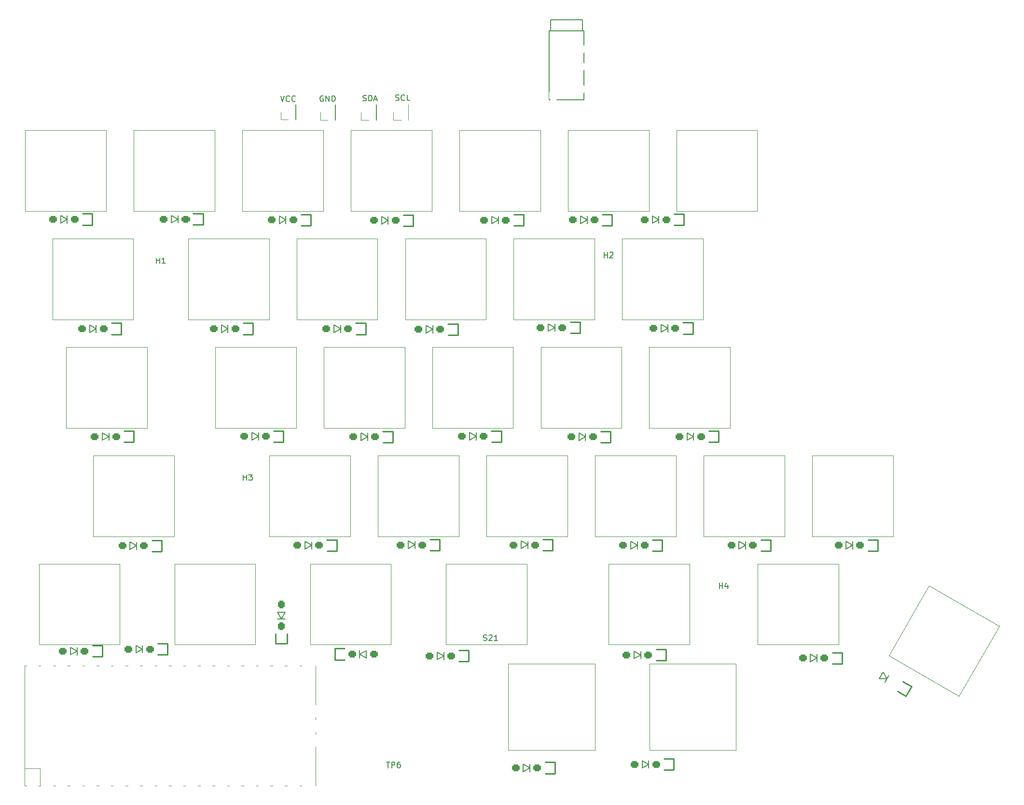
<source format=gbr>
%TF.GenerationSoftware,KiCad,Pcbnew,8.0.7*%
%TF.CreationDate,2025-06-02T16:21:18+02:00*%
%TF.ProjectId,pcb_keyboard_sx,7063625f-6b65-4796-926f-6172645f7378,rev?*%
%TF.SameCoordinates,Original*%
%TF.FileFunction,Legend,Top*%
%TF.FilePolarity,Positive*%
%FSLAX46Y46*%
G04 Gerber Fmt 4.6, Leading zero omitted, Abs format (unit mm)*
G04 Created by KiCad (PCBNEW 8.0.7) date 2025-06-02 16:21:18*
%MOMM*%
%LPD*%
G01*
G04 APERTURE LIST*
G04 Aperture macros list*
%AMRoundRect*
0 Rectangle with rounded corners*
0 $1 Rounding radius*
0 $2 $3 $4 $5 $6 $7 $8 $9 X,Y pos of 4 corners*
0 Add a 4 corners polygon primitive as box body*
4,1,4,$2,$3,$4,$5,$6,$7,$8,$9,$2,$3,0*
0 Add four circle primitives for the rounded corners*
1,1,$1+$1,$2,$3*
1,1,$1+$1,$4,$5*
1,1,$1+$1,$6,$7*
1,1,$1+$1,$8,$9*
0 Add four rect primitives between the rounded corners*
20,1,$1+$1,$2,$3,$4,$5,0*
20,1,$1+$1,$4,$5,$6,$7,0*
20,1,$1+$1,$6,$7,$8,$9,0*
20,1,$1+$1,$8,$9,$2,$3,0*%
%AMRotRect*
0 Rectangle, with rotation*
0 The origin of the aperture is its center*
0 $1 length*
0 $2 width*
0 $3 Rotation angle, in degrees counterclockwise*
0 Add horizontal line*
21,1,$1,$2,0,0,$3*%
G04 Aperture macros list end*
%ADD10C,0.200000*%
%ADD11C,0.150000*%
%ADD12C,0.120000*%
%ADD13C,0.250000*%
%ADD14R,1.700000X1.700000*%
%ADD15C,1.750000*%
%ADD16C,3.050000*%
%ADD17C,4.000000*%
%ADD18O,1.800000X1.800000*%
%ADD19O,1.500000X1.500000*%
%ADD20O,1.700000X1.700000*%
%ADD21R,1.700000X3.500000*%
%ADD22R,3.500000X1.700000*%
%ADD23C,0.800000*%
%ADD24O,1.600000X2.000000*%
%ADD25C,1.900000*%
%ADD26C,3.450000*%
%ADD27C,2.200000*%
%ADD28R,1.400000X1.400000*%
%ADD29RoundRect,0.300000X0.450000X0.300000X-0.450000X0.300000X-0.450000X-0.300000X0.450000X-0.300000X0*%
%ADD30RoundRect,0.300000X0.400000X0.300000X-0.400000X0.300000X-0.400000X-0.300000X0.400000X-0.300000X0*%
%ADD31C,1.400000*%
%ADD32RotRect,1.400000X1.400000X150.000000*%
%ADD33RoundRect,0.300000X0.496410X0.059808X-0.196410X0.459808X-0.496410X-0.059808X0.196410X-0.459808X0*%
%ADD34RoundRect,0.300000X-0.400000X-0.300000X0.400000X-0.300000X0.400000X0.300000X-0.400000X0.300000X0*%
%ADD35RoundRect,0.300000X0.300000X-0.400000X0.300000X0.400000X-0.300000X0.400000X-0.300000X-0.400000X0*%
G04 APERTURE END LIST*
D10*
X68401816Y-33875219D02*
X68735149Y-34875219D01*
X68735149Y-34875219D02*
X69068482Y-33875219D01*
X69973244Y-34779980D02*
X69925625Y-34827600D01*
X69925625Y-34827600D02*
X69782768Y-34875219D01*
X69782768Y-34875219D02*
X69687530Y-34875219D01*
X69687530Y-34875219D02*
X69544673Y-34827600D01*
X69544673Y-34827600D02*
X69449435Y-34732361D01*
X69449435Y-34732361D02*
X69401816Y-34637123D01*
X69401816Y-34637123D02*
X69354197Y-34446647D01*
X69354197Y-34446647D02*
X69354197Y-34303790D01*
X69354197Y-34303790D02*
X69401816Y-34113314D01*
X69401816Y-34113314D02*
X69449435Y-34018076D01*
X69449435Y-34018076D02*
X69544673Y-33922838D01*
X69544673Y-33922838D02*
X69687530Y-33875219D01*
X69687530Y-33875219D02*
X69782768Y-33875219D01*
X69782768Y-33875219D02*
X69925625Y-33922838D01*
X69925625Y-33922838D02*
X69973244Y-33970457D01*
X70973244Y-34779980D02*
X70925625Y-34827600D01*
X70925625Y-34827600D02*
X70782768Y-34875219D01*
X70782768Y-34875219D02*
X70687530Y-34875219D01*
X70687530Y-34875219D02*
X70544673Y-34827600D01*
X70544673Y-34827600D02*
X70449435Y-34732361D01*
X70449435Y-34732361D02*
X70401816Y-34637123D01*
X70401816Y-34637123D02*
X70354197Y-34446647D01*
X70354197Y-34446647D02*
X70354197Y-34303790D01*
X70354197Y-34303790D02*
X70401816Y-34113314D01*
X70401816Y-34113314D02*
X70449435Y-34018076D01*
X70449435Y-34018076D02*
X70544673Y-33922838D01*
X70544673Y-33922838D02*
X70687530Y-33875219D01*
X70687530Y-33875219D02*
X70782768Y-33875219D01*
X70782768Y-33875219D02*
X70925625Y-33922838D01*
X70925625Y-33922838D02*
X70973244Y-33970457D01*
X88586054Y-34646600D02*
X88728911Y-34694219D01*
X88728911Y-34694219D02*
X88967006Y-34694219D01*
X88967006Y-34694219D02*
X89062244Y-34646600D01*
X89062244Y-34646600D02*
X89109863Y-34598980D01*
X89109863Y-34598980D02*
X89157482Y-34503742D01*
X89157482Y-34503742D02*
X89157482Y-34408504D01*
X89157482Y-34408504D02*
X89109863Y-34313266D01*
X89109863Y-34313266D02*
X89062244Y-34265647D01*
X89062244Y-34265647D02*
X88967006Y-34218028D01*
X88967006Y-34218028D02*
X88776530Y-34170409D01*
X88776530Y-34170409D02*
X88681292Y-34122790D01*
X88681292Y-34122790D02*
X88633673Y-34075171D01*
X88633673Y-34075171D02*
X88586054Y-33979933D01*
X88586054Y-33979933D02*
X88586054Y-33884695D01*
X88586054Y-33884695D02*
X88633673Y-33789457D01*
X88633673Y-33789457D02*
X88681292Y-33741838D01*
X88681292Y-33741838D02*
X88776530Y-33694219D01*
X88776530Y-33694219D02*
X89014625Y-33694219D01*
X89014625Y-33694219D02*
X89157482Y-33741838D01*
X90157482Y-34598980D02*
X90109863Y-34646600D01*
X90109863Y-34646600D02*
X89967006Y-34694219D01*
X89967006Y-34694219D02*
X89871768Y-34694219D01*
X89871768Y-34694219D02*
X89728911Y-34646600D01*
X89728911Y-34646600D02*
X89633673Y-34551361D01*
X89633673Y-34551361D02*
X89586054Y-34456123D01*
X89586054Y-34456123D02*
X89538435Y-34265647D01*
X89538435Y-34265647D02*
X89538435Y-34122790D01*
X89538435Y-34122790D02*
X89586054Y-33932314D01*
X89586054Y-33932314D02*
X89633673Y-33837076D01*
X89633673Y-33837076D02*
X89728911Y-33741838D01*
X89728911Y-33741838D02*
X89871768Y-33694219D01*
X89871768Y-33694219D02*
X89967006Y-33694219D01*
X89967006Y-33694219D02*
X90109863Y-33741838D01*
X90109863Y-33741838D02*
X90157482Y-33789457D01*
X91062244Y-34694219D02*
X90586054Y-34694219D01*
X90586054Y-34694219D02*
X90586054Y-33694219D01*
X82866054Y-34736600D02*
X83008911Y-34784219D01*
X83008911Y-34784219D02*
X83247006Y-34784219D01*
X83247006Y-34784219D02*
X83342244Y-34736600D01*
X83342244Y-34736600D02*
X83389863Y-34688980D01*
X83389863Y-34688980D02*
X83437482Y-34593742D01*
X83437482Y-34593742D02*
X83437482Y-34498504D01*
X83437482Y-34498504D02*
X83389863Y-34403266D01*
X83389863Y-34403266D02*
X83342244Y-34355647D01*
X83342244Y-34355647D02*
X83247006Y-34308028D01*
X83247006Y-34308028D02*
X83056530Y-34260409D01*
X83056530Y-34260409D02*
X82961292Y-34212790D01*
X82961292Y-34212790D02*
X82913673Y-34165171D01*
X82913673Y-34165171D02*
X82866054Y-34069933D01*
X82866054Y-34069933D02*
X82866054Y-33974695D01*
X82866054Y-33974695D02*
X82913673Y-33879457D01*
X82913673Y-33879457D02*
X82961292Y-33831838D01*
X82961292Y-33831838D02*
X83056530Y-33784219D01*
X83056530Y-33784219D02*
X83294625Y-33784219D01*
X83294625Y-33784219D02*
X83437482Y-33831838D01*
X83866054Y-34784219D02*
X83866054Y-33784219D01*
X83866054Y-33784219D02*
X84104149Y-33784219D01*
X84104149Y-33784219D02*
X84247006Y-33831838D01*
X84247006Y-33831838D02*
X84342244Y-33927076D01*
X84342244Y-33927076D02*
X84389863Y-34022314D01*
X84389863Y-34022314D02*
X84437482Y-34212790D01*
X84437482Y-34212790D02*
X84437482Y-34355647D01*
X84437482Y-34355647D02*
X84389863Y-34546123D01*
X84389863Y-34546123D02*
X84342244Y-34641361D01*
X84342244Y-34641361D02*
X84247006Y-34736600D01*
X84247006Y-34736600D02*
X84104149Y-34784219D01*
X84104149Y-34784219D02*
X83866054Y-34784219D01*
X84818435Y-34498504D02*
X85294625Y-34498504D01*
X84723197Y-34784219D02*
X85056530Y-33784219D01*
X85056530Y-33784219D02*
X85389863Y-34784219D01*
X75877482Y-33911838D02*
X75782244Y-33864219D01*
X75782244Y-33864219D02*
X75639387Y-33864219D01*
X75639387Y-33864219D02*
X75496530Y-33911838D01*
X75496530Y-33911838D02*
X75401292Y-34007076D01*
X75401292Y-34007076D02*
X75353673Y-34102314D01*
X75353673Y-34102314D02*
X75306054Y-34292790D01*
X75306054Y-34292790D02*
X75306054Y-34435647D01*
X75306054Y-34435647D02*
X75353673Y-34626123D01*
X75353673Y-34626123D02*
X75401292Y-34721361D01*
X75401292Y-34721361D02*
X75496530Y-34816600D01*
X75496530Y-34816600D02*
X75639387Y-34864219D01*
X75639387Y-34864219D02*
X75734625Y-34864219D01*
X75734625Y-34864219D02*
X75877482Y-34816600D01*
X75877482Y-34816600D02*
X75925101Y-34768980D01*
X75925101Y-34768980D02*
X75925101Y-34435647D01*
X75925101Y-34435647D02*
X75734625Y-34435647D01*
X76353673Y-34864219D02*
X76353673Y-33864219D01*
X76353673Y-33864219D02*
X76925101Y-34864219D01*
X76925101Y-34864219D02*
X76925101Y-33864219D01*
X77401292Y-34864219D02*
X77401292Y-33864219D01*
X77401292Y-33864219D02*
X77639387Y-33864219D01*
X77639387Y-33864219D02*
X77782244Y-33911838D01*
X77782244Y-33911838D02*
X77877482Y-34007076D01*
X77877482Y-34007076D02*
X77925101Y-34102314D01*
X77925101Y-34102314D02*
X77972720Y-34292790D01*
X77972720Y-34292790D02*
X77972720Y-34435647D01*
X77972720Y-34435647D02*
X77925101Y-34626123D01*
X77925101Y-34626123D02*
X77877482Y-34721361D01*
X77877482Y-34721361D02*
X77782244Y-34816600D01*
X77782244Y-34816600D02*
X77639387Y-34864219D01*
X77639387Y-34864219D02*
X77401292Y-34864219D01*
X86980816Y-150884219D02*
X87552244Y-150884219D01*
X87266530Y-151884219D02*
X87266530Y-150884219D01*
X87885578Y-151884219D02*
X87885578Y-150884219D01*
X87885578Y-150884219D02*
X88266530Y-150884219D01*
X88266530Y-150884219D02*
X88361768Y-150931838D01*
X88361768Y-150931838D02*
X88409387Y-150979457D01*
X88409387Y-150979457D02*
X88457006Y-151074695D01*
X88457006Y-151074695D02*
X88457006Y-151217552D01*
X88457006Y-151217552D02*
X88409387Y-151312790D01*
X88409387Y-151312790D02*
X88361768Y-151360409D01*
X88361768Y-151360409D02*
X88266530Y-151408028D01*
X88266530Y-151408028D02*
X87885578Y-151408028D01*
X89314149Y-150884219D02*
X89123673Y-150884219D01*
X89123673Y-150884219D02*
X89028435Y-150931838D01*
X89028435Y-150931838D02*
X88980816Y-150979457D01*
X88980816Y-150979457D02*
X88885578Y-151122314D01*
X88885578Y-151122314D02*
X88837959Y-151312790D01*
X88837959Y-151312790D02*
X88837959Y-151693742D01*
X88837959Y-151693742D02*
X88885578Y-151788980D01*
X88885578Y-151788980D02*
X88933197Y-151836600D01*
X88933197Y-151836600D02*
X89028435Y-151884219D01*
X89028435Y-151884219D02*
X89218911Y-151884219D01*
X89218911Y-151884219D02*
X89314149Y-151836600D01*
X89314149Y-151836600D02*
X89361768Y-151788980D01*
X89361768Y-151788980D02*
X89409387Y-151693742D01*
X89409387Y-151693742D02*
X89409387Y-151455647D01*
X89409387Y-151455647D02*
X89361768Y-151360409D01*
X89361768Y-151360409D02*
X89314149Y-151312790D01*
X89314149Y-151312790D02*
X89218911Y-151265171D01*
X89218911Y-151265171D02*
X89028435Y-151265171D01*
X89028435Y-151265171D02*
X88933197Y-151312790D01*
X88933197Y-151312790D02*
X88885578Y-151360409D01*
X88885578Y-151360409D02*
X88837959Y-151455647D01*
D11*
X103995905Y-129514200D02*
X104138762Y-129561819D01*
X104138762Y-129561819D02*
X104376857Y-129561819D01*
X104376857Y-129561819D02*
X104472095Y-129514200D01*
X104472095Y-129514200D02*
X104519714Y-129466580D01*
X104519714Y-129466580D02*
X104567333Y-129371342D01*
X104567333Y-129371342D02*
X104567333Y-129276104D01*
X104567333Y-129276104D02*
X104519714Y-129180866D01*
X104519714Y-129180866D02*
X104472095Y-129133247D01*
X104472095Y-129133247D02*
X104376857Y-129085628D01*
X104376857Y-129085628D02*
X104186381Y-129038009D01*
X104186381Y-129038009D02*
X104091143Y-128990390D01*
X104091143Y-128990390D02*
X104043524Y-128942771D01*
X104043524Y-128942771D02*
X103995905Y-128847533D01*
X103995905Y-128847533D02*
X103995905Y-128752295D01*
X103995905Y-128752295D02*
X104043524Y-128657057D01*
X104043524Y-128657057D02*
X104091143Y-128609438D01*
X104091143Y-128609438D02*
X104186381Y-128561819D01*
X104186381Y-128561819D02*
X104424476Y-128561819D01*
X104424476Y-128561819D02*
X104567333Y-128609438D01*
X104948286Y-128657057D02*
X104995905Y-128609438D01*
X104995905Y-128609438D02*
X105091143Y-128561819D01*
X105091143Y-128561819D02*
X105329238Y-128561819D01*
X105329238Y-128561819D02*
X105424476Y-128609438D01*
X105424476Y-128609438D02*
X105472095Y-128657057D01*
X105472095Y-128657057D02*
X105519714Y-128752295D01*
X105519714Y-128752295D02*
X105519714Y-128847533D01*
X105519714Y-128847533D02*
X105472095Y-128990390D01*
X105472095Y-128990390D02*
X104900667Y-129561819D01*
X104900667Y-129561819D02*
X105519714Y-129561819D01*
X106472095Y-129561819D02*
X105900667Y-129561819D01*
X106186381Y-129561819D02*
X106186381Y-128561819D01*
X106186381Y-128561819D02*
X106091143Y-128704676D01*
X106091143Y-128704676D02*
X105995905Y-128799914D01*
X105995905Y-128799914D02*
X105900667Y-128847533D01*
X61859095Y-101411819D02*
X61859095Y-100411819D01*
X61859095Y-100888009D02*
X62430523Y-100888009D01*
X62430523Y-101411819D02*
X62430523Y-100411819D01*
X62811476Y-100411819D02*
X63430523Y-100411819D01*
X63430523Y-100411819D02*
X63097190Y-100792771D01*
X63097190Y-100792771D02*
X63240047Y-100792771D01*
X63240047Y-100792771D02*
X63335285Y-100840390D01*
X63335285Y-100840390D02*
X63382904Y-100888009D01*
X63382904Y-100888009D02*
X63430523Y-100983247D01*
X63430523Y-100983247D02*
X63430523Y-101221342D01*
X63430523Y-101221342D02*
X63382904Y-101316580D01*
X63382904Y-101316580D02*
X63335285Y-101364200D01*
X63335285Y-101364200D02*
X63240047Y-101411819D01*
X63240047Y-101411819D02*
X62954333Y-101411819D01*
X62954333Y-101411819D02*
X62859095Y-101364200D01*
X62859095Y-101364200D02*
X62811476Y-101316580D01*
X125152095Y-62321819D02*
X125152095Y-61321819D01*
X125152095Y-61798009D02*
X125723523Y-61798009D01*
X125723523Y-62321819D02*
X125723523Y-61321819D01*
X126152095Y-61417057D02*
X126199714Y-61369438D01*
X126199714Y-61369438D02*
X126294952Y-61321819D01*
X126294952Y-61321819D02*
X126533047Y-61321819D01*
X126533047Y-61321819D02*
X126628285Y-61369438D01*
X126628285Y-61369438D02*
X126675904Y-61417057D01*
X126675904Y-61417057D02*
X126723523Y-61512295D01*
X126723523Y-61512295D02*
X126723523Y-61607533D01*
X126723523Y-61607533D02*
X126675904Y-61750390D01*
X126675904Y-61750390D02*
X126104476Y-62321819D01*
X126104476Y-62321819D02*
X126723523Y-62321819D01*
X46605595Y-63311819D02*
X46605595Y-62311819D01*
X46605595Y-62788009D02*
X47177023Y-62788009D01*
X47177023Y-63311819D02*
X47177023Y-62311819D01*
X48177023Y-63311819D02*
X47605595Y-63311819D01*
X47891309Y-63311819D02*
X47891309Y-62311819D01*
X47891309Y-62311819D02*
X47796071Y-62454676D01*
X47796071Y-62454676D02*
X47700833Y-62549914D01*
X47700833Y-62549914D02*
X47605595Y-62597533D01*
X145373845Y-120441819D02*
X145373845Y-119441819D01*
X145373845Y-119918009D02*
X145945273Y-119918009D01*
X145945273Y-120441819D02*
X145945273Y-119441819D01*
X146850035Y-119775152D02*
X146850035Y-120441819D01*
X146611940Y-119394200D02*
X146373845Y-120108485D01*
X146373845Y-120108485D02*
X146992892Y-120108485D01*
D12*
%TO.C,TP2*%
X68414000Y-38077000D02*
X68414000Y-36747000D01*
X69744000Y-38077000D02*
X68414000Y-38077000D01*
X71014000Y-35417000D02*
X71074000Y-35417000D01*
X71014000Y-38077000D02*
X71014000Y-35417000D01*
X71014000Y-38077000D02*
X71074000Y-38077000D01*
X71074000Y-38077000D02*
X71074000Y-35417000D01*
%TO.C,S34*%
X161649000Y-97057000D02*
X161649000Y-111257000D01*
X161649000Y-111257000D02*
X175849000Y-111257000D01*
X175849000Y-97057000D02*
X161649000Y-97057000D01*
X175849000Y-111257000D02*
X175849000Y-97057000D01*
%TO.C,TP4*%
X88165000Y-38118000D02*
X88165000Y-36788000D01*
X89495000Y-38118000D02*
X88165000Y-38118000D01*
X90765000Y-35458000D02*
X90825000Y-35458000D01*
X90765000Y-38118000D02*
X90765000Y-35458000D01*
X90765000Y-38118000D02*
X90825000Y-38118000D01*
X90825000Y-38118000D02*
X90825000Y-35458000D01*
%TO.C,S17*%
X90249000Y-58967000D02*
X90249000Y-73167000D01*
X90249000Y-73167000D02*
X104449000Y-73167000D01*
X104449000Y-58967000D02*
X90249000Y-58967000D01*
X104449000Y-73167000D02*
X104449000Y-58967000D01*
%TO.C,S8*%
X52169000Y-58967000D02*
X52169000Y-73167000D01*
X52169000Y-73167000D02*
X66369000Y-73167000D01*
X66369000Y-58967000D02*
X52169000Y-58967000D01*
X66369000Y-73167000D02*
X66369000Y-58967000D01*
%TO.C,S3*%
X30747750Y-78007000D02*
X30747750Y-92207000D01*
X30747750Y-92207000D02*
X44947750Y-92207000D01*
X44947750Y-78007000D02*
X30747750Y-78007000D01*
X44947750Y-92207000D02*
X44947750Y-78007000D01*
%TO.C,S11*%
X66449000Y-97057000D02*
X66449000Y-111257000D01*
X66449000Y-111257000D02*
X80649000Y-111257000D01*
X80649000Y-97057000D02*
X66449000Y-97057000D01*
X80649000Y-111257000D02*
X80649000Y-97057000D01*
%TO.C,S4*%
X25985250Y-116087000D02*
X25985250Y-130287000D01*
X25985250Y-130287000D02*
X40185250Y-130287000D01*
X40185250Y-116087000D02*
X25985250Y-116087000D01*
X40185250Y-130287000D02*
X40185250Y-116087000D01*
%TO.C,S13*%
X73585250Y-116087000D02*
X73585250Y-130287000D01*
X73585250Y-130287000D02*
X87785250Y-130287000D01*
X87785250Y-116087000D02*
X73585250Y-116087000D01*
X87785250Y-130287000D02*
X87785250Y-116087000D01*
%TO.C,S16*%
X85489000Y-97057000D02*
X85489000Y-111257000D01*
X85489000Y-111257000D02*
X99689000Y-111257000D01*
X99689000Y-97057000D02*
X85489000Y-97057000D01*
X99689000Y-111257000D02*
X99689000Y-97057000D01*
%TO.C,U1*%
X23504000Y-134017000D02*
X23804000Y-134017000D01*
X23504000Y-155017000D02*
X23504000Y-134017000D01*
X23504000Y-155017000D02*
X23804000Y-155017000D01*
X25904000Y-134017000D02*
X26304000Y-134017000D01*
X25904000Y-155017000D02*
X26304000Y-155017000D01*
X26171000Y-152010000D02*
X23504000Y-152010000D01*
X26171000Y-155017000D02*
X26171000Y-152010000D01*
X28504000Y-134017000D02*
X28904000Y-134017000D01*
X28504000Y-155017000D02*
X28904000Y-155017000D01*
X31004000Y-134017000D02*
X31404000Y-134017000D01*
X31004000Y-155017000D02*
X31404000Y-155017000D01*
X33604000Y-134017000D02*
X34004000Y-134017000D01*
X33604000Y-155017000D02*
X34004000Y-155017000D01*
X36104000Y-134017000D02*
X36504000Y-134017000D01*
X36104000Y-155017000D02*
X36504000Y-155017000D01*
X38604000Y-134017000D02*
X39004000Y-134017000D01*
X38604000Y-155017000D02*
X39004000Y-155017000D01*
X41204000Y-134017000D02*
X41604000Y-134017000D01*
X41204000Y-155017000D02*
X41604000Y-155017000D01*
X43704000Y-134017000D02*
X44104000Y-134017000D01*
X43704000Y-155017000D02*
X44104000Y-155017000D01*
X46304000Y-134017000D02*
X46704000Y-134017000D01*
X46304000Y-155017000D02*
X46704000Y-155017000D01*
X48804000Y-134017000D02*
X49204000Y-134017000D01*
X48804000Y-155017000D02*
X49204000Y-155017000D01*
X51304000Y-134017000D02*
X51704000Y-134017000D01*
X51304000Y-155017000D02*
X51704000Y-155017000D01*
X53904000Y-134017000D02*
X54304000Y-134017000D01*
X53904000Y-155017000D02*
X54304000Y-155017000D01*
X56404000Y-134017000D02*
X56804000Y-134017000D01*
X56404000Y-155017000D02*
X56804000Y-155017000D01*
X59004000Y-134017000D02*
X59404000Y-134017000D01*
X59004000Y-155017000D02*
X59404000Y-155017000D01*
X61504000Y-134017000D02*
X61904000Y-134017000D01*
X61504000Y-155017000D02*
X61904000Y-155017000D01*
X64104000Y-134017000D02*
X64504000Y-134017000D01*
X64104000Y-155017000D02*
X64504000Y-155017000D01*
X66604000Y-134017000D02*
X67004000Y-134017000D01*
X66604000Y-155017000D02*
X67004000Y-155017000D01*
X69104000Y-134017000D02*
X69504000Y-134017000D01*
X69104000Y-155017000D02*
X69504000Y-155017000D01*
X71704000Y-134017000D02*
X72104000Y-134017000D01*
X71704000Y-155017000D02*
X72104000Y-155017000D01*
X74504000Y-134017000D02*
X74504000Y-140817000D01*
X74504000Y-143417000D02*
X74504000Y-143017000D01*
X74504000Y-146017000D02*
X74504000Y-145617000D01*
X74504000Y-148217000D02*
X74504000Y-155017000D01*
%TO.C,S21*%
X97385250Y-116087000D02*
X97385250Y-130287000D01*
X97385250Y-130287000D02*
X111585250Y-130287000D01*
X111585250Y-116087000D02*
X97385250Y-116087000D01*
X111585250Y-130287000D02*
X111585250Y-116087000D01*
%TO.C,S22*%
X104529000Y-97057000D02*
X104529000Y-111257000D01*
X104529000Y-111257000D02*
X118729000Y-111257000D01*
X118729000Y-97057000D02*
X104529000Y-97057000D01*
X118729000Y-111257000D02*
X118729000Y-97057000D01*
%TO.C,S7*%
X49785250Y-116087000D02*
X49785250Y-130287000D01*
X49785250Y-130287000D02*
X63985250Y-130287000D01*
X63985250Y-116087000D02*
X49785250Y-116087000D01*
X63985250Y-130287000D02*
X63985250Y-116087000D01*
%TO.C,S5*%
X35510250Y-97057000D02*
X35510250Y-111257000D01*
X35510250Y-111257000D02*
X49710250Y-111257000D01*
X49710250Y-97057000D02*
X35510250Y-97057000D01*
X49710250Y-111257000D02*
X49710250Y-97057000D01*
%TO.C,S27*%
X123569000Y-97057000D02*
X123569000Y-111257000D01*
X123569000Y-111257000D02*
X137769000Y-111257000D01*
X137769000Y-97057000D02*
X123569000Y-97057000D01*
X137769000Y-111257000D02*
X137769000Y-97057000D01*
%TO.C,S28*%
X128329000Y-58967000D02*
X128329000Y-73167000D01*
X128329000Y-73167000D02*
X142529000Y-73167000D01*
X142529000Y-58967000D02*
X128329000Y-58967000D01*
X142529000Y-73167000D02*
X142529000Y-58967000D01*
D11*
%TO.C,U2*%
X115549000Y-22502000D02*
X115549000Y-34602000D01*
X115799000Y-22502000D02*
X115799000Y-20502000D01*
X121399000Y-20502000D02*
X115799000Y-20502000D01*
X121399000Y-22502000D02*
X121399000Y-20502000D01*
X121649000Y-22502000D02*
X115549000Y-22502000D01*
X121649000Y-22502000D02*
X121649000Y-34602000D01*
X121649000Y-34602000D02*
X115549000Y-34602000D01*
D12*
%TO.C,S29*%
X133099000Y-133602000D02*
X133099000Y-148802000D01*
X133099000Y-148802000D02*
X148299000Y-148802000D01*
X148299000Y-133602000D02*
X133099000Y-133602000D01*
X148299000Y-148802000D02*
X148299000Y-133602000D01*
%TO.C,S20*%
X108349000Y-133602000D02*
X108349000Y-148802000D01*
X108349000Y-148802000D02*
X123549000Y-148802000D01*
X123549000Y-133602000D02*
X108349000Y-133602000D01*
X123549000Y-148802000D02*
X123549000Y-133602000D01*
%TO.C,S23*%
X109289000Y-58967000D02*
X109289000Y-73167000D01*
X109289000Y-73167000D02*
X123489000Y-73167000D01*
X123489000Y-58967000D02*
X109289000Y-58967000D01*
X123489000Y-73167000D02*
X123489000Y-58967000D01*
%TO.C,S32*%
X142609000Y-97057000D02*
X142609000Y-111257000D01*
X142609000Y-111257000D02*
X156809000Y-111257000D01*
X156809000Y-97057000D02*
X142609000Y-97057000D01*
X156809000Y-111257000D02*
X156809000Y-97057000D01*
%TO.C,S9*%
X56924000Y-78007000D02*
X56924000Y-92207000D01*
X56924000Y-92207000D02*
X71124000Y-92207000D01*
X71124000Y-78007000D02*
X56924000Y-78007000D01*
X71124000Y-92207000D02*
X71124000Y-78007000D01*
%TO.C,S2*%
X28366500Y-58957000D02*
X28366500Y-73157000D01*
X28366500Y-73157000D02*
X42566500Y-73157000D01*
X42566500Y-58957000D02*
X28366500Y-58957000D01*
X42566500Y-73157000D02*
X42566500Y-58957000D01*
D10*
%TO.C,D6*%
X49224000Y-54857000D02*
X50394000Y-55532000D01*
X49224000Y-56187000D02*
X49224000Y-54857000D01*
X50394000Y-55532000D02*
X49224000Y-56187000D01*
X50394000Y-56197000D02*
X50394000Y-54867000D01*
D13*
X54764000Y-54567000D02*
X53054000Y-54567000D01*
X54774000Y-56527000D02*
X53074000Y-56527000D01*
X54774000Y-56527000D02*
X54774000Y-54577000D01*
D12*
%TO.C,S19*%
X99764000Y-39917000D02*
X99764000Y-54117000D01*
X99764000Y-54117000D02*
X113964000Y-54117000D01*
X113964000Y-39917000D02*
X99764000Y-39917000D01*
X113964000Y-54117000D02*
X113964000Y-39917000D01*
%TO.C,S18*%
X95004000Y-78007000D02*
X95004000Y-92207000D01*
X95004000Y-92207000D02*
X109204000Y-92207000D01*
X109204000Y-78007000D02*
X95004000Y-78007000D01*
X109204000Y-92207000D02*
X109204000Y-78007000D01*
%TO.C,S12*%
X71209000Y-58967000D02*
X71209000Y-73167000D01*
X71209000Y-73167000D02*
X85409000Y-73167000D01*
X85409000Y-58967000D02*
X71209000Y-58967000D01*
X85409000Y-73167000D02*
X85409000Y-58967000D01*
%TO.C,S10*%
X61684000Y-39917000D02*
X61684000Y-54117000D01*
X61684000Y-54117000D02*
X75884000Y-54117000D01*
X75884000Y-39917000D02*
X61684000Y-39917000D01*
X75884000Y-54117000D02*
X75884000Y-39917000D01*
%TO.C,S15*%
X80724000Y-39917000D02*
X80724000Y-54117000D01*
X80724000Y-54117000D02*
X94924000Y-54117000D01*
X94924000Y-39917000D02*
X80724000Y-39917000D01*
X94924000Y-54117000D02*
X94924000Y-39917000D01*
%TO.C,S26*%
X125947750Y-116087000D02*
X125947750Y-130287000D01*
X125947750Y-130287000D02*
X140147750Y-130287000D01*
X140147750Y-116087000D02*
X125947750Y-116087000D01*
X140147750Y-130287000D02*
X140147750Y-116087000D01*
%TO.C,S25*%
X118804000Y-39917000D02*
X118804000Y-54117000D01*
X118804000Y-54117000D02*
X133004000Y-54117000D01*
X133004000Y-39917000D02*
X118804000Y-39917000D01*
X133004000Y-54117000D02*
X133004000Y-39917000D01*
%TO.C,S30*%
X133084000Y-78007000D02*
X133084000Y-92207000D01*
X133084000Y-92207000D02*
X147284000Y-92207000D01*
X147284000Y-78007000D02*
X133084000Y-78007000D01*
X147284000Y-92207000D02*
X147284000Y-78007000D01*
%TO.C,S1*%
X23604000Y-39917000D02*
X23604000Y-54117000D01*
X23604000Y-54117000D02*
X37804000Y-54117000D01*
X37804000Y-39917000D02*
X23604000Y-39917000D01*
X37804000Y-54117000D02*
X37804000Y-39917000D01*
%TO.C,S33*%
X152124000Y-116087000D02*
X152124000Y-130287000D01*
X152124000Y-130287000D02*
X166324000Y-130287000D01*
X166324000Y-116087000D02*
X152124000Y-116087000D01*
X166324000Y-130287000D02*
X166324000Y-116087000D01*
%TO.C,S14*%
X75964000Y-78007000D02*
X75964000Y-92207000D01*
X75964000Y-92207000D02*
X90164000Y-92207000D01*
X90164000Y-78007000D02*
X75964000Y-78007000D01*
X90164000Y-92207000D02*
X90164000Y-78007000D01*
%TO.C,TP1*%
X75344000Y-38097000D02*
X75344000Y-36767000D01*
X76674000Y-38097000D02*
X75344000Y-38097000D01*
X77944000Y-35437000D02*
X78004000Y-35437000D01*
X77944000Y-38097000D02*
X77944000Y-35437000D01*
X77944000Y-38097000D02*
X78004000Y-38097000D01*
X78004000Y-38097000D02*
X78004000Y-35437000D01*
%TO.C,TP3*%
X82515000Y-38118000D02*
X82515000Y-36788000D01*
X83845000Y-38118000D02*
X82515000Y-38118000D01*
X85115000Y-35458000D02*
X85175000Y-35458000D01*
X85115000Y-38118000D02*
X85115000Y-35458000D01*
X85115000Y-38118000D02*
X85175000Y-38118000D01*
X85175000Y-38118000D02*
X85175000Y-35458000D01*
%TO.C,S6*%
X42644000Y-39917000D02*
X42644000Y-54117000D01*
X42644000Y-54117000D02*
X56844000Y-54117000D01*
X56844000Y-39917000D02*
X42644000Y-39917000D01*
X56844000Y-54117000D02*
X56844000Y-39917000D01*
%TO.C,S24*%
X114044000Y-78007000D02*
X114044000Y-92207000D01*
X114044000Y-92207000D02*
X128244000Y-92207000D01*
X128244000Y-78007000D02*
X114044000Y-78007000D01*
X128244000Y-92207000D02*
X128244000Y-78007000D01*
%TO.C,S35*%
X175087220Y-132223780D02*
X187384780Y-139323780D01*
X182187220Y-119926220D02*
X175087220Y-132223780D01*
X187384780Y-139323780D02*
X194484780Y-127026220D01*
X194484780Y-127026220D02*
X182187220Y-119926220D01*
%TO.C,S31*%
X137844000Y-39917000D02*
X137844000Y-54117000D01*
X137844000Y-54117000D02*
X152044000Y-54117000D01*
X152044000Y-39917000D02*
X137844000Y-39917000D01*
X152044000Y-54117000D02*
X152044000Y-39917000D01*
D10*
%TO.C,D36*%
X31556500Y-130735750D02*
X31556500Y-132065750D01*
X31556500Y-132065750D02*
X32726500Y-131410750D01*
X32726500Y-130745750D02*
X32726500Y-132075750D01*
X32726500Y-131410750D02*
X31556500Y-130735750D01*
D13*
X35386500Y-130445750D02*
X37096500Y-130445750D01*
X35406500Y-132405750D02*
X37106500Y-132405750D01*
X37106500Y-130455750D02*
X37106500Y-132405750D01*
D10*
%TO.C,D12*%
X77759000Y-74104500D02*
X77759000Y-75434500D01*
X77759000Y-75434500D02*
X78929000Y-74779500D01*
X78929000Y-74114500D02*
X78929000Y-75444500D01*
X78929000Y-74779500D02*
X77759000Y-74104500D01*
D13*
X81589000Y-73814500D02*
X83299000Y-73814500D01*
X81609000Y-75774500D02*
X83309000Y-75774500D01*
X83309000Y-73824500D02*
X83309000Y-75774500D01*
D10*
%TO.C,D33*%
X161359000Y-131974500D02*
X161359000Y-133304500D01*
X161359000Y-133304500D02*
X162529000Y-132649500D01*
X162529000Y-131984500D02*
X162529000Y-133314500D01*
X162529000Y-132649500D02*
X161359000Y-131974500D01*
D13*
X165189000Y-131684500D02*
X166899000Y-131684500D01*
X165209000Y-133644500D02*
X166909000Y-133644500D01*
X166909000Y-131694500D02*
X166909000Y-133644500D01*
D10*
%TO.C,D16*%
X90789000Y-112084500D02*
X90789000Y-113414500D01*
X90789000Y-113414500D02*
X91959000Y-112759500D01*
X91959000Y-112094500D02*
X91959000Y-113424500D01*
X91959000Y-112759500D02*
X90789000Y-112084500D01*
D13*
X94619000Y-111794500D02*
X96329000Y-111794500D01*
X94639000Y-113754500D02*
X96339000Y-113754500D01*
X96339000Y-111804500D02*
X96339000Y-113754500D01*
D10*
%TO.C,D15*%
X86096500Y-55085750D02*
X86096500Y-56415750D01*
X86096500Y-56415750D02*
X87266500Y-55760750D01*
X87266500Y-55095750D02*
X87266500Y-56425750D01*
X87266500Y-55760750D02*
X86096500Y-55085750D01*
D13*
X89926500Y-54795750D02*
X91636500Y-54795750D01*
X89946500Y-56755750D02*
X91646500Y-56755750D01*
X91646500Y-54805750D02*
X91646500Y-56755750D01*
D10*
%TO.C,D28*%
X135179000Y-74014500D02*
X135179000Y-75344500D01*
X135179000Y-75344500D02*
X136349000Y-74689500D01*
X136349000Y-74024500D02*
X136349000Y-75354500D01*
X136349000Y-74689500D02*
X135179000Y-74014500D01*
D13*
X139009000Y-73724500D02*
X140719000Y-73724500D01*
X139029000Y-75684500D02*
X140729000Y-75684500D01*
X140729000Y-73734500D02*
X140729000Y-75684500D01*
D10*
%TO.C,D9*%
X63349000Y-93014500D02*
X63349000Y-94344500D01*
X63349000Y-94344500D02*
X64519000Y-93689500D01*
X64519000Y-93024500D02*
X64519000Y-94354500D01*
X64519000Y-93689500D02*
X63349000Y-93014500D01*
D13*
X67179000Y-92724500D02*
X68889000Y-92724500D01*
X67199000Y-94684500D02*
X68899000Y-94684500D01*
X68899000Y-92734500D02*
X68899000Y-94684500D01*
D10*
%TO.C,D30*%
X139696500Y-93045750D02*
X139696500Y-94375750D01*
X139696500Y-94375750D02*
X140866500Y-93720750D01*
X140866500Y-93055750D02*
X140866500Y-94385750D01*
X140866500Y-93720750D02*
X139696500Y-93045750D01*
D13*
X143526500Y-92755750D02*
X145236500Y-92755750D01*
X143546500Y-94715750D02*
X145246500Y-94715750D01*
X145246500Y-92765750D02*
X145246500Y-94715750D01*
D10*
%TO.C,D3*%
X37089000Y-93044500D02*
X37089000Y-94374500D01*
X37089000Y-94374500D02*
X38259000Y-93719500D01*
X38259000Y-93054500D02*
X38259000Y-94384500D01*
X38259000Y-93719500D02*
X37089000Y-93044500D01*
D13*
X40919000Y-92754500D02*
X42629000Y-92754500D01*
X40939000Y-94714500D02*
X42639000Y-94714500D01*
X42639000Y-92764500D02*
X42639000Y-94714500D01*
D10*
%TO.C,D27*%
X129809000Y-112134500D02*
X129809000Y-113464500D01*
X129809000Y-113464500D02*
X130979000Y-112809500D01*
X130979000Y-112144500D02*
X130979000Y-113474500D01*
X130979000Y-112809500D02*
X129809000Y-112134500D01*
D13*
X133639000Y-111844500D02*
X135349000Y-111844500D01*
X133659000Y-113804500D02*
X135359000Y-113804500D01*
X135359000Y-111854500D02*
X135359000Y-113804500D01*
D10*
%TO.C,D11*%
X72689000Y-112164500D02*
X72689000Y-113494500D01*
X72689000Y-113494500D02*
X73859000Y-112839500D01*
X73859000Y-112174500D02*
X73859000Y-113504500D01*
X73859000Y-112839500D02*
X72689000Y-112164500D01*
D13*
X76519000Y-111874500D02*
X78229000Y-111874500D01*
X76539000Y-113834500D02*
X78239000Y-113834500D01*
X78239000Y-111884500D02*
X78239000Y-113834500D01*
D10*
%TO.C,D2*%
X34876500Y-74105750D02*
X34876500Y-75435750D01*
X34876500Y-75435750D02*
X36046500Y-74780750D01*
X36046500Y-74115750D02*
X36046500Y-75445750D01*
X36046500Y-74780750D02*
X34876500Y-74105750D01*
D13*
X38706500Y-73815750D02*
X40416500Y-73815750D01*
X38726500Y-75775750D02*
X40426500Y-75775750D01*
X40426500Y-73825750D02*
X40426500Y-75775750D01*
D10*
%TO.C,D35*%
X173465054Y-136240251D02*
X174805804Y-136258005D01*
X174130054Y-135088438D02*
X173465054Y-136240251D01*
X174805804Y-136258005D02*
X174130054Y-135088438D01*
X175138304Y-135682098D02*
X174473304Y-136833912D01*
D13*
X176629252Y-138459700D02*
X178101495Y-139309700D01*
X177591931Y-136752290D02*
X179072835Y-137607290D01*
X179076495Y-137620951D02*
X178101495Y-139309700D01*
D10*
%TO.C,D22*%
X110596500Y-112085750D02*
X110596500Y-113415750D01*
X110596500Y-113415750D02*
X111766500Y-112760750D01*
X111766500Y-112095750D02*
X111766500Y-113425750D01*
X111766500Y-112760750D02*
X110596500Y-112085750D01*
D13*
X114426500Y-111795750D02*
X116136500Y-111795750D01*
X114446500Y-113755750D02*
X116146500Y-113755750D01*
X116146500Y-111805750D02*
X116146500Y-113755750D01*
D10*
%TO.C,D18*%
X101559000Y-92994500D02*
X101559000Y-94324500D01*
X101559000Y-94324500D02*
X102729000Y-93669500D01*
X102729000Y-93004500D02*
X102729000Y-94334500D01*
X102729000Y-93669500D02*
X101559000Y-92994500D01*
D13*
X105389000Y-92704500D02*
X107099000Y-92704500D01*
X105409000Y-94664500D02*
X107109000Y-94664500D01*
X107109000Y-92714500D02*
X107109000Y-94664500D01*
D10*
%TO.C,D26*%
X130446500Y-131405750D02*
X130446500Y-132735750D01*
X130446500Y-132735750D02*
X131616500Y-132080750D01*
X131616500Y-131415750D02*
X131616500Y-132745750D01*
X131616500Y-132080750D02*
X130446500Y-131405750D01*
D13*
X134276500Y-131115750D02*
X135986500Y-131115750D01*
X134296500Y-133075750D02*
X135996500Y-133075750D01*
X135996500Y-131125750D02*
X135996500Y-133075750D01*
D10*
%TO.C,D14*%
X82509000Y-93084500D02*
X82509000Y-94414500D01*
X82509000Y-94414500D02*
X83679000Y-93759500D01*
X83679000Y-93094500D02*
X83679000Y-94424500D01*
X83679000Y-93759500D02*
X82509000Y-93084500D01*
D13*
X86339000Y-92794500D02*
X88049000Y-92794500D01*
X86359000Y-94754500D02*
X88059000Y-94754500D01*
X88059000Y-92804500D02*
X88059000Y-94754500D01*
D10*
%TO.C,D17*%
X93939000Y-74194500D02*
X93939000Y-75524500D01*
X93939000Y-75524500D02*
X95109000Y-74869500D01*
X95109000Y-74204500D02*
X95109000Y-75534500D01*
X95109000Y-74869500D02*
X93939000Y-74194500D01*
D13*
X97769000Y-73904500D02*
X99479000Y-73904500D01*
X97789000Y-75864500D02*
X99489000Y-75864500D01*
X99489000Y-73914500D02*
X99489000Y-75864500D01*
D10*
%TO.C,D32*%
X148829000Y-112134500D02*
X148829000Y-113464500D01*
X148829000Y-113464500D02*
X149999000Y-112809500D01*
X149999000Y-112144500D02*
X149999000Y-113474500D01*
X149999000Y-112809500D02*
X148829000Y-112134500D01*
D13*
X152659000Y-111844500D02*
X154369000Y-111844500D01*
X152679000Y-113804500D02*
X154379000Y-113804500D01*
X154379000Y-111854500D02*
X154379000Y-113804500D01*
D10*
%TO.C,D1*%
X29799000Y-54884500D02*
X29799000Y-56214500D01*
X29799000Y-56214500D02*
X30969000Y-55559500D01*
X30969000Y-54894500D02*
X30969000Y-56224500D01*
X30969000Y-55559500D02*
X29799000Y-54884500D01*
D13*
X33629000Y-54594500D02*
X35339000Y-54594500D01*
X33649000Y-56554500D02*
X35349000Y-56554500D01*
X35349000Y-54604500D02*
X35349000Y-56554500D01*
D10*
%TO.C,D8*%
X57989000Y-74104500D02*
X57989000Y-75434500D01*
X57989000Y-75434500D02*
X59159000Y-74779500D01*
X59159000Y-74114500D02*
X59159000Y-75444500D01*
X59159000Y-74779500D02*
X57989000Y-74104500D01*
D13*
X61819000Y-73814500D02*
X63529000Y-73814500D01*
X61839000Y-75774500D02*
X63539000Y-75774500D01*
X63539000Y-73824500D02*
X63539000Y-75774500D01*
%TO.C,D13*%
X77889000Y-132919500D02*
X77889000Y-130969500D01*
X79589000Y-130969500D02*
X77889000Y-130969500D01*
X79609000Y-132929500D02*
X77899000Y-132929500D01*
D10*
X82269000Y-131964500D02*
X83439000Y-132639500D01*
X82269000Y-132629500D02*
X82269000Y-131299500D01*
X83439000Y-131309500D02*
X82269000Y-131964500D01*
X83439000Y-132639500D02*
X83439000Y-131309500D01*
D13*
%TO.C,D7*%
X67545250Y-128409500D02*
X67545250Y-130109500D01*
D10*
X67885250Y-124559500D02*
X68540250Y-125729500D01*
X68540250Y-125729500D02*
X69215250Y-124559500D01*
X69205250Y-125729500D02*
X67875250Y-125729500D01*
X69215250Y-124559500D02*
X67885250Y-124559500D01*
D13*
X69495250Y-130109500D02*
X67545250Y-130109500D01*
X69505250Y-128389500D02*
X69505250Y-130099500D01*
D10*
%TO.C,D24*%
X120729000Y-93114500D02*
X120729000Y-94444500D01*
X120729000Y-94444500D02*
X121899000Y-93789500D01*
X121899000Y-93124500D02*
X121899000Y-94454500D01*
X121899000Y-93789500D02*
X120729000Y-93114500D01*
D13*
X124559000Y-92824500D02*
X126269000Y-92824500D01*
X124579000Y-94784500D02*
X126279000Y-94784500D01*
X126279000Y-92834500D02*
X126279000Y-94784500D01*
D10*
%TO.C,D4*%
X43006500Y-130385750D02*
X43006500Y-131715750D01*
X43006500Y-131715750D02*
X44176500Y-131060750D01*
X44176500Y-130395750D02*
X44176500Y-131725750D01*
X44176500Y-131060750D02*
X43006500Y-130385750D01*
D13*
X46836500Y-130095750D02*
X48546500Y-130095750D01*
X46856500Y-132055750D02*
X48556500Y-132055750D01*
X48556500Y-130105750D02*
X48556500Y-132055750D01*
D10*
%TO.C,D25*%
X121009000Y-55004500D02*
X121009000Y-56334500D01*
X121009000Y-56334500D02*
X122179000Y-55679500D01*
X122179000Y-55014500D02*
X122179000Y-56344500D01*
X122179000Y-55679500D02*
X121009000Y-55004500D01*
D13*
X124839000Y-54714500D02*
X126549000Y-54714500D01*
X124859000Y-56674500D02*
X126559000Y-56674500D01*
X126559000Y-54724500D02*
X126559000Y-56674500D01*
D10*
%TO.C,D29*%
X131819000Y-150624500D02*
X131819000Y-151954500D01*
X131819000Y-151954500D02*
X132989000Y-151299500D01*
X132989000Y-150634500D02*
X132989000Y-151964500D01*
X132989000Y-151299500D02*
X131819000Y-150624500D01*
D13*
X135649000Y-150334500D02*
X137359000Y-150334500D01*
X135669000Y-152294500D02*
X137369000Y-152294500D01*
X137369000Y-150344500D02*
X137369000Y-152294500D01*
D10*
%TO.C,D23*%
X115379000Y-73914500D02*
X115379000Y-75244500D01*
X115379000Y-75244500D02*
X116549000Y-74589500D01*
X116549000Y-73924500D02*
X116549000Y-75254500D01*
X116549000Y-74589500D02*
X115379000Y-73914500D01*
D13*
X119209000Y-73624500D02*
X120919000Y-73624500D01*
X119229000Y-75584500D02*
X120929000Y-75584500D01*
X120929000Y-73634500D02*
X120929000Y-75584500D01*
D10*
%TO.C,D5*%
X41976699Y-112252535D02*
X41976699Y-113582535D01*
X41976699Y-113582535D02*
X43146699Y-112927535D01*
X43146699Y-112262535D02*
X43146699Y-113592535D01*
X43146699Y-112927535D02*
X41976699Y-112252535D01*
D13*
X45806699Y-111962535D02*
X47516699Y-111962535D01*
X45826699Y-113922535D02*
X47526699Y-113922535D01*
X47526699Y-111972535D02*
X47526699Y-113922535D01*
D10*
%TO.C,D21*%
X95848000Y-131584500D02*
X95848000Y-132914500D01*
X95848000Y-132914500D02*
X97018000Y-132259500D01*
X97018000Y-131594500D02*
X97018000Y-132924500D01*
X97018000Y-132259500D02*
X95848000Y-131584500D01*
D13*
X99678000Y-131294500D02*
X101388000Y-131294500D01*
X99698000Y-133254500D02*
X101398000Y-133254500D01*
X101398000Y-131304500D02*
X101398000Y-133254500D01*
D10*
%TO.C,D20*%
X110986500Y-151235750D02*
X110986500Y-152565750D01*
X110986500Y-152565750D02*
X112156500Y-151910750D01*
X112156500Y-151245750D02*
X112156500Y-152575750D01*
X112156500Y-151910750D02*
X110986500Y-151235750D01*
D13*
X114816500Y-150945750D02*
X116526500Y-150945750D01*
X114836500Y-152905750D02*
X116536500Y-152905750D01*
X116536500Y-150955750D02*
X116536500Y-152905750D01*
D10*
%TO.C,D31*%
X133606500Y-54945750D02*
X133606500Y-56275750D01*
X133606500Y-56275750D02*
X134776500Y-55620750D01*
X134776500Y-54955750D02*
X134776500Y-56285750D01*
X134776500Y-55620750D02*
X133606500Y-54945750D01*
D13*
X137436500Y-54655750D02*
X139146500Y-54655750D01*
X137456500Y-56615750D02*
X139156500Y-56615750D01*
X139156500Y-54665750D02*
X139156500Y-56615750D01*
D10*
%TO.C,D19*%
X105469000Y-55024500D02*
X105469000Y-56354500D01*
X105469000Y-56354500D02*
X106639000Y-55699500D01*
X106639000Y-55034500D02*
X106639000Y-56364500D01*
X106639000Y-55699500D02*
X105469000Y-55024500D01*
D13*
X109299000Y-54734500D02*
X111009000Y-54734500D01*
X109319000Y-56694500D02*
X111019000Y-56694500D01*
X111019000Y-54744500D02*
X111019000Y-56694500D01*
D10*
%TO.C,D34*%
X167626500Y-112135750D02*
X167626500Y-113465750D01*
X167626500Y-113465750D02*
X168796500Y-112810750D01*
X168796500Y-112145750D02*
X168796500Y-113475750D01*
X168796500Y-112810750D02*
X167626500Y-112135750D01*
D13*
X171456500Y-111845750D02*
X173166500Y-111845750D01*
X171476500Y-113805750D02*
X173176500Y-113805750D01*
X173176500Y-111855750D02*
X173176500Y-113805750D01*
D10*
%TO.C,D10*%
X68149000Y-54984500D02*
X68149000Y-56314500D01*
X68149000Y-56314500D02*
X69319000Y-55659500D01*
X69319000Y-54994500D02*
X69319000Y-56324500D01*
X69319000Y-55659500D02*
X68149000Y-54984500D01*
D13*
X71979000Y-54694500D02*
X73689000Y-54694500D01*
X71999000Y-56654500D02*
X73699000Y-56654500D01*
X73699000Y-54704500D02*
X73699000Y-56654500D01*
%TD*%
%LPC*%
D14*
%TO.C,TP2*%
X69744000Y-36747000D03*
%TD*%
D15*
%TO.C,S34*%
X173829000Y-104157000D03*
D16*
X172559000Y-106697000D03*
D17*
X168749000Y-104157000D03*
D16*
X166209000Y-109237000D03*
D15*
X163669000Y-104157000D03*
%TD*%
D14*
%TO.C,TP4*%
X89495000Y-36788000D03*
%TD*%
D15*
%TO.C,S17*%
X102429000Y-66067000D03*
D16*
X101159000Y-68607000D03*
D17*
X97349000Y-66067000D03*
D16*
X94809000Y-71147000D03*
D15*
X92269000Y-66067000D03*
%TD*%
%TO.C,S8*%
X64349000Y-66067000D03*
D16*
X63079000Y-68607000D03*
D17*
X59269000Y-66067000D03*
D16*
X56729000Y-71147000D03*
D15*
X54189000Y-66067000D03*
%TD*%
%TO.C,S3*%
X42927750Y-85107000D03*
D16*
X41657750Y-87647000D03*
D17*
X37847750Y-85107000D03*
D16*
X35307750Y-90187000D03*
D15*
X32767750Y-85107000D03*
%TD*%
%TO.C,S11*%
X78629000Y-104157000D03*
D16*
X77359000Y-106697000D03*
D17*
X73549000Y-104157000D03*
D16*
X71009000Y-109237000D03*
D15*
X68469000Y-104157000D03*
%TD*%
%TO.C,S4*%
X38165250Y-123187000D03*
D16*
X36895250Y-125727000D03*
D17*
X33085250Y-123187000D03*
D16*
X30545250Y-128267000D03*
D15*
X28005250Y-123187000D03*
%TD*%
%TO.C,S13*%
X85765250Y-123187000D03*
D16*
X84495250Y-125727000D03*
D17*
X80685250Y-123187000D03*
D16*
X78145250Y-128267000D03*
D15*
X75605250Y-123187000D03*
%TD*%
%TO.C,S16*%
X97669000Y-104157000D03*
D16*
X96399000Y-106697000D03*
D17*
X92589000Y-104157000D03*
D16*
X90049000Y-109237000D03*
D15*
X87509000Y-104157000D03*
%TD*%
D18*
%TO.C,U1*%
X25004000Y-147242000D03*
D19*
X28034000Y-146942000D03*
X28034000Y-142092000D03*
D18*
X25004000Y-141792000D03*
D20*
X24874000Y-153407000D03*
D21*
X24874000Y-154307000D03*
D20*
X27414000Y-153407000D03*
D21*
X27414000Y-154307000D03*
D14*
X29954000Y-153407000D03*
D21*
X29954000Y-154307000D03*
D20*
X32494000Y-153407000D03*
D21*
X32494000Y-154307000D03*
D20*
X35034000Y-153407000D03*
D21*
X35034000Y-154307000D03*
D20*
X37574000Y-153407000D03*
D21*
X37574000Y-154307000D03*
D20*
X40114000Y-153407000D03*
D21*
X40114000Y-154307000D03*
D14*
X42654000Y-153407000D03*
D21*
X42654000Y-154307000D03*
D20*
X45194000Y-153407000D03*
D21*
X45194000Y-154307000D03*
D20*
X47734000Y-153407000D03*
D21*
X47734000Y-154307000D03*
D20*
X50274000Y-153407000D03*
D21*
X50274000Y-154307000D03*
D20*
X52814000Y-153407000D03*
D21*
X52814000Y-154307000D03*
D14*
X55354000Y-153407000D03*
D21*
X55354000Y-154307000D03*
D20*
X57894000Y-153407000D03*
D21*
X57894000Y-154307000D03*
D20*
X60434000Y-153407000D03*
D21*
X60434000Y-154307000D03*
D20*
X62974000Y-153407000D03*
D21*
X62974000Y-154307000D03*
D20*
X65514000Y-153407000D03*
D21*
X65514000Y-154307000D03*
D14*
X68054000Y-153407000D03*
D21*
X68054000Y-154307000D03*
D20*
X70594000Y-153407000D03*
D21*
X70594000Y-154307000D03*
D20*
X73134000Y-153407000D03*
D21*
X73134000Y-154307000D03*
D20*
X73134000Y-135627000D03*
D21*
X73134000Y-134727000D03*
D20*
X70594000Y-135627000D03*
D21*
X70594000Y-134727000D03*
D14*
X68054000Y-135627000D03*
D21*
X68054000Y-134727000D03*
D20*
X65514000Y-135627000D03*
D21*
X65514000Y-134727000D03*
D20*
X62974000Y-135627000D03*
D21*
X62974000Y-134727000D03*
D20*
X60434000Y-135627000D03*
D21*
X60434000Y-134727000D03*
D20*
X57894000Y-135627000D03*
D21*
X57894000Y-134727000D03*
D14*
X55354000Y-135627000D03*
D21*
X55354000Y-134727000D03*
D20*
X52814000Y-135627000D03*
D21*
X52814000Y-134727000D03*
D20*
X50274000Y-135627000D03*
D21*
X50274000Y-134727000D03*
D20*
X47734000Y-135627000D03*
D21*
X47734000Y-134727000D03*
D20*
X45194000Y-135627000D03*
D21*
X45194000Y-134727000D03*
D14*
X42654000Y-135627000D03*
D21*
X42654000Y-134727000D03*
D20*
X40114000Y-135627000D03*
D21*
X40114000Y-134727000D03*
D20*
X37574000Y-135627000D03*
D21*
X37574000Y-134727000D03*
D20*
X35034000Y-135627000D03*
D21*
X35034000Y-134727000D03*
D20*
X32494000Y-135627000D03*
D21*
X32494000Y-134727000D03*
D14*
X29954000Y-135627000D03*
D21*
X29954000Y-134727000D03*
D20*
X27414000Y-135627000D03*
D21*
X27414000Y-134727000D03*
D20*
X24874000Y-135627000D03*
D21*
X24874000Y-134727000D03*
D20*
X72904000Y-147057000D03*
D22*
X73804000Y-147057000D03*
D14*
X72904000Y-144517000D03*
D22*
X73804000Y-144517000D03*
D20*
X72904000Y-141977000D03*
D22*
X73804000Y-141977000D03*
%TD*%
D15*
%TO.C,S21*%
X109565250Y-123187000D03*
D16*
X108295250Y-125727000D03*
D17*
X104485250Y-123187000D03*
D16*
X101945250Y-128267000D03*
D15*
X99405250Y-123187000D03*
%TD*%
%TO.C,S22*%
X116709000Y-104157000D03*
D16*
X115439000Y-106697000D03*
D17*
X111629000Y-104157000D03*
D16*
X109089000Y-109237000D03*
D15*
X106549000Y-104157000D03*
%TD*%
%TO.C,S7*%
X61965250Y-123187000D03*
D16*
X60695250Y-125727000D03*
D17*
X56885250Y-123187000D03*
D16*
X54345250Y-128267000D03*
D15*
X51805250Y-123187000D03*
%TD*%
%TO.C,S5*%
X47690250Y-104157000D03*
D16*
X46420250Y-106697000D03*
D17*
X42610250Y-104157000D03*
D16*
X40070250Y-109237000D03*
D15*
X37530250Y-104157000D03*
%TD*%
%TO.C,S27*%
X135749000Y-104157000D03*
D16*
X134479000Y-106697000D03*
D17*
X130669000Y-104157000D03*
D16*
X128129000Y-109237000D03*
D15*
X125589000Y-104157000D03*
%TD*%
%TO.C,S28*%
X140509000Y-66067000D03*
D16*
X139239000Y-68607000D03*
D17*
X135429000Y-66067000D03*
D16*
X132889000Y-71147000D03*
D15*
X130349000Y-66067000D03*
%TD*%
D23*
%TO.C,U2*%
X118599000Y-24102000D03*
X118599000Y-31102000D03*
D24*
X116299000Y-33802000D03*
X120899000Y-32702000D03*
X120899000Y-28702000D03*
X120899000Y-25702000D03*
%TD*%
D25*
%TO.C,S29*%
X146199000Y-141202000D03*
D26*
X140699000Y-141202000D03*
D25*
X135199000Y-141202000D03*
D27*
X140699000Y-147102000D03*
X135699000Y-145002000D03*
%TD*%
D25*
%TO.C,S20*%
X121449000Y-141202000D03*
D26*
X115949000Y-141202000D03*
D25*
X110449000Y-141202000D03*
D27*
X115949000Y-147102000D03*
X110949000Y-145002000D03*
%TD*%
%TO.C,H3*%
X62621000Y-104157000D03*
%TD*%
D15*
%TO.C,S23*%
X121469000Y-66067000D03*
D16*
X120199000Y-68607000D03*
D17*
X116389000Y-66067000D03*
D16*
X113849000Y-71147000D03*
D15*
X111309000Y-66067000D03*
%TD*%
%TO.C,S32*%
X154789000Y-104157000D03*
D16*
X153519000Y-106697000D03*
D17*
X149709000Y-104157000D03*
D16*
X147169000Y-109237000D03*
D15*
X144629000Y-104157000D03*
%TD*%
%TO.C,S9*%
X69104000Y-85107000D03*
D16*
X67834000Y-87647000D03*
D17*
X64024000Y-85107000D03*
D16*
X61484000Y-90187000D03*
D15*
X58944000Y-85107000D03*
%TD*%
%TO.C,S2*%
X40546500Y-66057000D03*
D16*
X39276500Y-68597000D03*
D17*
X35466500Y-66057000D03*
D16*
X32926500Y-71137000D03*
D15*
X30386500Y-66057000D03*
%TD*%
D27*
%TO.C,H2*%
X125914000Y-65067000D03*
%TD*%
%TO.C,H1*%
X47367500Y-66057000D03*
%TD*%
D28*
%TO.C,D6*%
X53774000Y-55537000D03*
D29*
X51724000Y-55537000D03*
D30*
X47874000Y-55537000D03*
D31*
X45774000Y-55537000D03*
%TD*%
D15*
%TO.C,S19*%
X111944000Y-47017000D03*
D16*
X110674000Y-49557000D03*
D17*
X106864000Y-47017000D03*
D16*
X104324000Y-52097000D03*
D15*
X101784000Y-47017000D03*
%TD*%
%TO.C,S18*%
X107184000Y-85107000D03*
D16*
X105914000Y-87647000D03*
D17*
X102104000Y-85107000D03*
D16*
X99564000Y-90187000D03*
D15*
X97024000Y-85107000D03*
%TD*%
%TO.C,S12*%
X83389000Y-66067000D03*
D16*
X82119000Y-68607000D03*
D17*
X78309000Y-66067000D03*
D16*
X75769000Y-71147000D03*
D15*
X73229000Y-66067000D03*
%TD*%
%TO.C,S10*%
X73864000Y-47017000D03*
D16*
X72594000Y-49557000D03*
D17*
X68784000Y-47017000D03*
D16*
X66244000Y-52097000D03*
D15*
X63704000Y-47017000D03*
%TD*%
%TO.C,S15*%
X92904000Y-47017000D03*
D16*
X91634000Y-49557000D03*
D17*
X87824000Y-47017000D03*
D16*
X85284000Y-52097000D03*
D15*
X82744000Y-47017000D03*
%TD*%
%TO.C,S26*%
X138127750Y-123187000D03*
D16*
X136857750Y-125727000D03*
D17*
X133047750Y-123187000D03*
D16*
X130507750Y-128267000D03*
D15*
X127967750Y-123187000D03*
%TD*%
%TO.C,S25*%
X130984000Y-47017000D03*
D16*
X129714000Y-49557000D03*
D17*
X125904000Y-47017000D03*
D16*
X123364000Y-52097000D03*
D15*
X120824000Y-47017000D03*
%TD*%
%TO.C,S30*%
X145264000Y-85107000D03*
D16*
X143994000Y-87647000D03*
D17*
X140184000Y-85107000D03*
D16*
X137644000Y-90187000D03*
D15*
X135104000Y-85107000D03*
%TD*%
%TO.C,S1*%
X35784000Y-47017000D03*
D16*
X34514000Y-49557000D03*
D17*
X30704000Y-47017000D03*
D16*
X28164000Y-52097000D03*
D15*
X25624000Y-47017000D03*
%TD*%
%TO.C,S33*%
X164304000Y-123187000D03*
D16*
X163034000Y-125727000D03*
D17*
X159224000Y-123187000D03*
D16*
X156684000Y-128267000D03*
D15*
X154144000Y-123187000D03*
%TD*%
%TO.C,S14*%
X88144000Y-85107000D03*
D16*
X86874000Y-87647000D03*
D17*
X83064000Y-85107000D03*
D16*
X80524000Y-90187000D03*
D15*
X77984000Y-85107000D03*
%TD*%
D14*
%TO.C,TP1*%
X76674000Y-36767000D03*
%TD*%
%TO.C,TP3*%
X83845000Y-36788000D03*
%TD*%
D15*
%TO.C,S6*%
X54824000Y-47017000D03*
D16*
X53554000Y-49557000D03*
D17*
X49744000Y-47017000D03*
D16*
X47204000Y-52097000D03*
D15*
X44664000Y-47017000D03*
%TD*%
%TO.C,S24*%
X126224000Y-85107000D03*
D16*
X124954000Y-87647000D03*
D17*
X121144000Y-85107000D03*
D16*
X118604000Y-90187000D03*
D15*
X116064000Y-85107000D03*
%TD*%
D27*
%TO.C,H4*%
X146135750Y-123187000D03*
%TD*%
D15*
%TO.C,S35*%
X189185409Y-132165000D03*
D16*
X186815557Y-133729705D03*
D17*
X184786000Y-129625000D03*
D16*
X180046295Y-132754409D03*
D15*
X180386591Y-127085000D03*
%TD*%
%TO.C,S31*%
X150024000Y-47017000D03*
D16*
X148754000Y-49557000D03*
D17*
X144944000Y-47017000D03*
D16*
X142404000Y-52097000D03*
D15*
X139864000Y-47017000D03*
%TD*%
D28*
%TO.C,D36*%
X36111500Y-131418250D03*
D30*
X34011500Y-131418250D03*
X30211500Y-131418250D03*
D31*
X28111500Y-131418250D03*
%TD*%
D28*
%TO.C,D12*%
X82314000Y-74787000D03*
D30*
X80214000Y-74787000D03*
X76414000Y-74787000D03*
D31*
X74314000Y-74787000D03*
%TD*%
D28*
%TO.C,D33*%
X165914000Y-132657000D03*
D30*
X163814000Y-132657000D03*
X160014000Y-132657000D03*
D31*
X157914000Y-132657000D03*
%TD*%
D28*
%TO.C,D16*%
X95344000Y-112767000D03*
D30*
X93244000Y-112767000D03*
X89444000Y-112767000D03*
D31*
X87344000Y-112767000D03*
%TD*%
D28*
%TO.C,D15*%
X90651500Y-55768250D03*
D30*
X88551500Y-55768250D03*
X84751500Y-55768250D03*
D31*
X82651500Y-55768250D03*
%TD*%
D28*
%TO.C,D28*%
X139734000Y-74697000D03*
D30*
X137634000Y-74697000D03*
X133834000Y-74697000D03*
D31*
X131734000Y-74697000D03*
%TD*%
D28*
%TO.C,D9*%
X67904000Y-93697000D03*
D30*
X65804000Y-93697000D03*
X62004000Y-93697000D03*
D31*
X59904000Y-93697000D03*
%TD*%
D28*
%TO.C,D30*%
X144251500Y-93728250D03*
D30*
X142151500Y-93728250D03*
X138351500Y-93728250D03*
D31*
X136251500Y-93728250D03*
%TD*%
D28*
%TO.C,D3*%
X41644000Y-93727000D03*
D30*
X39544000Y-93727000D03*
X35744000Y-93727000D03*
D31*
X33644000Y-93727000D03*
%TD*%
D28*
%TO.C,D27*%
X134364000Y-112817000D03*
D30*
X132264000Y-112817000D03*
X128464000Y-112817000D03*
D31*
X126364000Y-112817000D03*
%TD*%
D28*
%TO.C,D11*%
X77244000Y-112847000D03*
D30*
X75144000Y-112847000D03*
X71344000Y-112847000D03*
D31*
X69244000Y-112847000D03*
%TD*%
D28*
%TO.C,D2*%
X39431500Y-74788250D03*
D30*
X37331500Y-74788250D03*
X33531500Y-74788250D03*
D31*
X31431500Y-74788250D03*
%TD*%
D32*
%TO.C,D35*%
X177733550Y-137957000D03*
D33*
X175914896Y-136907000D03*
X172624000Y-135007000D03*
D31*
X170805346Y-133957000D03*
%TD*%
D28*
%TO.C,D22*%
X115151500Y-112768250D03*
D30*
X113051500Y-112768250D03*
X109251500Y-112768250D03*
D31*
X107151500Y-112768250D03*
%TD*%
D28*
%TO.C,D18*%
X106114000Y-93677000D03*
D30*
X104014000Y-93677000D03*
X100214000Y-93677000D03*
D31*
X98114000Y-93677000D03*
%TD*%
D28*
%TO.C,D26*%
X135001500Y-132088250D03*
D30*
X132901500Y-132088250D03*
X129101500Y-132088250D03*
D31*
X127001500Y-132088250D03*
%TD*%
D28*
%TO.C,D14*%
X87064000Y-93767000D03*
D30*
X84964000Y-93767000D03*
X81164000Y-93767000D03*
D31*
X79064000Y-93767000D03*
%TD*%
D28*
%TO.C,D17*%
X98494000Y-74877000D03*
D30*
X96394000Y-74877000D03*
X92594000Y-74877000D03*
D31*
X90494000Y-74877000D03*
%TD*%
D28*
%TO.C,D32*%
X153384000Y-112817000D03*
D30*
X151284000Y-112817000D03*
X147484000Y-112817000D03*
D31*
X145384000Y-112817000D03*
%TD*%
D28*
%TO.C,D1*%
X34354000Y-55567000D03*
D30*
X32254000Y-55567000D03*
X28454000Y-55567000D03*
D31*
X26354000Y-55567000D03*
%TD*%
D28*
%TO.C,D8*%
X62544000Y-74787000D03*
D30*
X60444000Y-74787000D03*
X56644000Y-74787000D03*
D31*
X54544000Y-74787000D03*
%TD*%
D28*
%TO.C,D13*%
X78884000Y-131957000D03*
D34*
X80984000Y-131957000D03*
X84784000Y-131957000D03*
D31*
X86884000Y-131957000D03*
%TD*%
D28*
%TO.C,D7*%
X68532750Y-129114500D03*
D35*
X68532750Y-127014500D03*
X68532750Y-123214500D03*
D31*
X68532750Y-121114500D03*
%TD*%
D28*
%TO.C,D24*%
X125284000Y-93797000D03*
D30*
X123184000Y-93797000D03*
X119384000Y-93797000D03*
D31*
X117284000Y-93797000D03*
%TD*%
D28*
%TO.C,D4*%
X47561500Y-131068250D03*
D30*
X45461500Y-131068250D03*
X41661500Y-131068250D03*
D31*
X39561500Y-131068250D03*
%TD*%
D28*
%TO.C,D25*%
X125564000Y-55687000D03*
D30*
X123464000Y-55687000D03*
X119664000Y-55687000D03*
D31*
X117564000Y-55687000D03*
%TD*%
D28*
%TO.C,D29*%
X136374000Y-151307000D03*
D30*
X134274000Y-151307000D03*
X130474000Y-151307000D03*
D31*
X128374000Y-151307000D03*
%TD*%
D28*
%TO.C,D23*%
X119934000Y-74597000D03*
D30*
X117834000Y-74597000D03*
X114034000Y-74597000D03*
D31*
X111934000Y-74597000D03*
%TD*%
D28*
%TO.C,D5*%
X46531699Y-112935035D03*
D30*
X44431699Y-112935035D03*
X40631699Y-112935035D03*
D31*
X38531699Y-112935035D03*
%TD*%
D28*
%TO.C,D21*%
X100403000Y-132267000D03*
D30*
X98303000Y-132267000D03*
X94503000Y-132267000D03*
D31*
X92403000Y-132267000D03*
%TD*%
D28*
%TO.C,D20*%
X115541500Y-151918250D03*
D30*
X113441500Y-151918250D03*
X109641500Y-151918250D03*
D31*
X107541500Y-151918250D03*
%TD*%
D28*
%TO.C,D31*%
X138161500Y-55628250D03*
D30*
X136061500Y-55628250D03*
X132261500Y-55628250D03*
D31*
X130161500Y-55628250D03*
%TD*%
D28*
%TO.C,D19*%
X110024000Y-55707000D03*
D30*
X107924000Y-55707000D03*
X104124000Y-55707000D03*
D31*
X102024000Y-55707000D03*
%TD*%
D14*
%TO.C,TP5*%
X88254000Y-148517000D03*
%TD*%
D28*
%TO.C,D34*%
X172181500Y-112818250D03*
D30*
X170081500Y-112818250D03*
X166281500Y-112818250D03*
D31*
X164181500Y-112818250D03*
%TD*%
D28*
%TO.C,D10*%
X72704000Y-55667000D03*
D30*
X70604000Y-55667000D03*
X66804000Y-55667000D03*
D31*
X64704000Y-55667000D03*
%TD*%
%LPD*%
M02*

</source>
